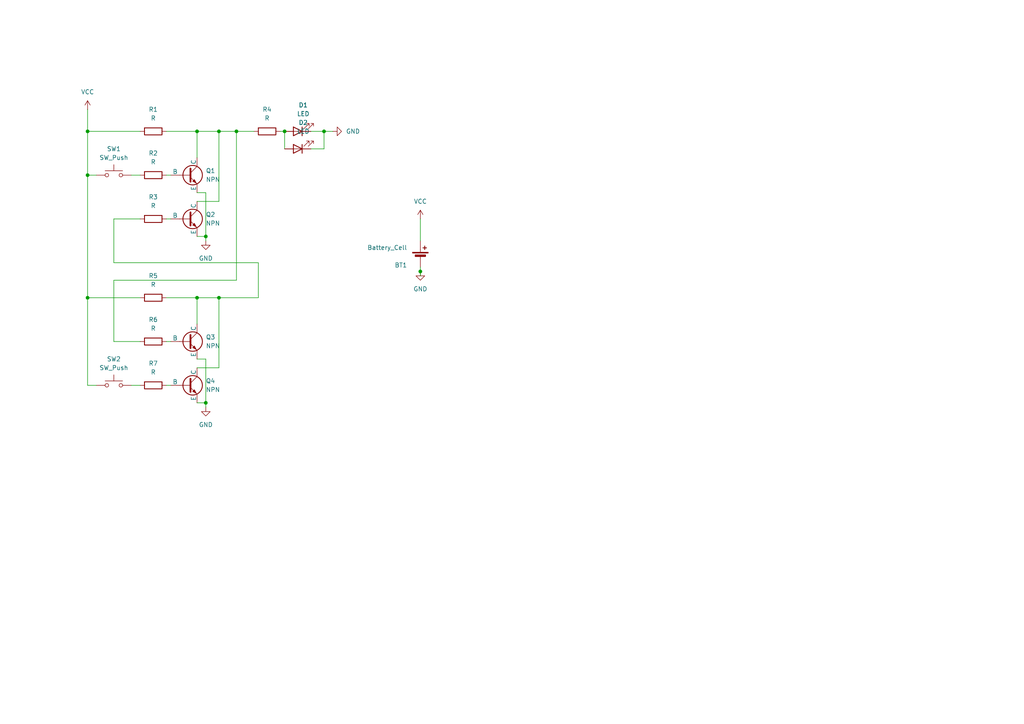
<source format=kicad_sch>
(kicad_sch
	(version 20250114)
	(generator "eeschema")
	(generator_version "9.0")
	(uuid "2a356953-d94d-4db9-a3b3-af181b6e9665")
	(paper "A4")
	(lib_symbols
		(symbol "Device:Battery_Cell"
			(pin_numbers
				(hide yes)
			)
			(pin_names
				(offset 0)
				(hide yes)
			)
			(exclude_from_sim no)
			(in_bom yes)
			(on_board yes)
			(property "Reference" "BT"
				(at 2.54 2.54 0)
				(effects
					(font
						(size 1.27 1.27)
					)
					(justify left)
				)
			)
			(property "Value" "Battery_Cell"
				(at 2.54 0 0)
				(effects
					(font
						(size 1.27 1.27)
					)
					(justify left)
				)
			)
			(property "Footprint" ""
				(at 0 1.524 90)
				(effects
					(font
						(size 1.27 1.27)
					)
					(hide yes)
				)
			)
			(property "Datasheet" "~"
				(at 0 1.524 90)
				(effects
					(font
						(size 1.27 1.27)
					)
					(hide yes)
				)
			)
			(property "Description" "Single-cell battery"
				(at 0 0 0)
				(effects
					(font
						(size 1.27 1.27)
					)
					(hide yes)
				)
			)
			(property "ki_keywords" "battery cell"
				(at 0 0 0)
				(effects
					(font
						(size 1.27 1.27)
					)
					(hide yes)
				)
			)
			(symbol "Battery_Cell_0_1"
				(rectangle
					(start -2.286 1.778)
					(end 2.286 1.524)
					(stroke
						(width 0)
						(type default)
					)
					(fill
						(type outline)
					)
				)
				(rectangle
					(start -1.524 1.016)
					(end 1.524 0.508)
					(stroke
						(width 0)
						(type default)
					)
					(fill
						(type outline)
					)
				)
				(polyline
					(pts
						(xy 0 1.778) (xy 0 2.54)
					)
					(stroke
						(width 0)
						(type default)
					)
					(fill
						(type none)
					)
				)
				(polyline
					(pts
						(xy 0 0.762) (xy 0 0)
					)
					(stroke
						(width 0)
						(type default)
					)
					(fill
						(type none)
					)
				)
				(polyline
					(pts
						(xy 0.762 3.048) (xy 1.778 3.048)
					)
					(stroke
						(width 0.254)
						(type default)
					)
					(fill
						(type none)
					)
				)
				(polyline
					(pts
						(xy 1.27 3.556) (xy 1.27 2.54)
					)
					(stroke
						(width 0.254)
						(type default)
					)
					(fill
						(type none)
					)
				)
			)
			(symbol "Battery_Cell_1_1"
				(pin passive line
					(at 0 5.08 270)
					(length 2.54)
					(name "+"
						(effects
							(font
								(size 1.27 1.27)
							)
						)
					)
					(number "1"
						(effects
							(font
								(size 1.27 1.27)
							)
						)
					)
				)
				(pin passive line
					(at 0 -2.54 90)
					(length 2.54)
					(name "-"
						(effects
							(font
								(size 1.27 1.27)
							)
						)
					)
					(number "2"
						(effects
							(font
								(size 1.27 1.27)
							)
						)
					)
				)
			)
			(embedded_fonts no)
		)
		(symbol "Device:LED"
			(pin_numbers
				(hide yes)
			)
			(pin_names
				(offset 1.016)
				(hide yes)
			)
			(exclude_from_sim no)
			(in_bom yes)
			(on_board yes)
			(property "Reference" "D"
				(at 0 2.54 0)
				(effects
					(font
						(size 1.27 1.27)
					)
				)
			)
			(property "Value" "LED"
				(at 0 -2.54 0)
				(effects
					(font
						(size 1.27 1.27)
					)
				)
			)
			(property "Footprint" ""
				(at 0 0 0)
				(effects
					(font
						(size 1.27 1.27)
					)
					(hide yes)
				)
			)
			(property "Datasheet" "~"
				(at 0 0 0)
				(effects
					(font
						(size 1.27 1.27)
					)
					(hide yes)
				)
			)
			(property "Description" "Light emitting diode"
				(at 0 0 0)
				(effects
					(font
						(size 1.27 1.27)
					)
					(hide yes)
				)
			)
			(property "Sim.Pins" "1=K 2=A"
				(at 0 0 0)
				(effects
					(font
						(size 1.27 1.27)
					)
					(hide yes)
				)
			)
			(property "ki_keywords" "LED diode"
				(at 0 0 0)
				(effects
					(font
						(size 1.27 1.27)
					)
					(hide yes)
				)
			)
			(property "ki_fp_filters" "LED* LED_SMD:* LED_THT:*"
				(at 0 0 0)
				(effects
					(font
						(size 1.27 1.27)
					)
					(hide yes)
				)
			)
			(symbol "LED_0_1"
				(polyline
					(pts
						(xy -3.048 -0.762) (xy -4.572 -2.286) (xy -3.81 -2.286) (xy -4.572 -2.286) (xy -4.572 -1.524)
					)
					(stroke
						(width 0)
						(type default)
					)
					(fill
						(type none)
					)
				)
				(polyline
					(pts
						(xy -1.778 -0.762) (xy -3.302 -2.286) (xy -2.54 -2.286) (xy -3.302 -2.286) (xy -3.302 -1.524)
					)
					(stroke
						(width 0)
						(type default)
					)
					(fill
						(type none)
					)
				)
				(polyline
					(pts
						(xy -1.27 0) (xy 1.27 0)
					)
					(stroke
						(width 0)
						(type default)
					)
					(fill
						(type none)
					)
				)
				(polyline
					(pts
						(xy -1.27 -1.27) (xy -1.27 1.27)
					)
					(stroke
						(width 0.254)
						(type default)
					)
					(fill
						(type none)
					)
				)
				(polyline
					(pts
						(xy 1.27 -1.27) (xy 1.27 1.27) (xy -1.27 0) (xy 1.27 -1.27)
					)
					(stroke
						(width 0.254)
						(type default)
					)
					(fill
						(type none)
					)
				)
			)
			(symbol "LED_1_1"
				(pin passive line
					(at -3.81 0 0)
					(length 2.54)
					(name "K"
						(effects
							(font
								(size 1.27 1.27)
							)
						)
					)
					(number "1"
						(effects
							(font
								(size 1.27 1.27)
							)
						)
					)
				)
				(pin passive line
					(at 3.81 0 180)
					(length 2.54)
					(name "A"
						(effects
							(font
								(size 1.27 1.27)
							)
						)
					)
					(number "2"
						(effects
							(font
								(size 1.27 1.27)
							)
						)
					)
				)
			)
			(embedded_fonts no)
		)
		(symbol "Device:R"
			(pin_numbers
				(hide yes)
			)
			(pin_names
				(offset 0)
			)
			(exclude_from_sim no)
			(in_bom yes)
			(on_board yes)
			(property "Reference" "R"
				(at 2.032 0 90)
				(effects
					(font
						(size 1.27 1.27)
					)
				)
			)
			(property "Value" "R"
				(at 0 0 90)
				(effects
					(font
						(size 1.27 1.27)
					)
				)
			)
			(property "Footprint" ""
				(at -1.778 0 90)
				(effects
					(font
						(size 1.27 1.27)
					)
					(hide yes)
				)
			)
			(property "Datasheet" "~"
				(at 0 0 0)
				(effects
					(font
						(size 1.27 1.27)
					)
					(hide yes)
				)
			)
			(property "Description" "Resistor"
				(at 0 0 0)
				(effects
					(font
						(size 1.27 1.27)
					)
					(hide yes)
				)
			)
			(property "ki_keywords" "R res resistor"
				(at 0 0 0)
				(effects
					(font
						(size 1.27 1.27)
					)
					(hide yes)
				)
			)
			(property "ki_fp_filters" "R_*"
				(at 0 0 0)
				(effects
					(font
						(size 1.27 1.27)
					)
					(hide yes)
				)
			)
			(symbol "R_0_1"
				(rectangle
					(start -1.016 -2.54)
					(end 1.016 2.54)
					(stroke
						(width 0.254)
						(type default)
					)
					(fill
						(type none)
					)
				)
			)
			(symbol "R_1_1"
				(pin passive line
					(at 0 3.81 270)
					(length 1.27)
					(name "~"
						(effects
							(font
								(size 1.27 1.27)
							)
						)
					)
					(number "1"
						(effects
							(font
								(size 1.27 1.27)
							)
						)
					)
				)
				(pin passive line
					(at 0 -3.81 90)
					(length 1.27)
					(name "~"
						(effects
							(font
								(size 1.27 1.27)
							)
						)
					)
					(number "2"
						(effects
							(font
								(size 1.27 1.27)
							)
						)
					)
				)
			)
			(embedded_fonts no)
		)
		(symbol "Simulation_SPICE:NPN"
			(pin_numbers
				(hide yes)
			)
			(pin_names
				(offset 0)
			)
			(exclude_from_sim no)
			(in_bom yes)
			(on_board yes)
			(property "Reference" "Q"
				(at -2.54 7.62 0)
				(effects
					(font
						(size 1.27 1.27)
					)
				)
			)
			(property "Value" "NPN"
				(at -2.54 5.08 0)
				(effects
					(font
						(size 1.27 1.27)
					)
				)
			)
			(property "Footprint" ""
				(at 63.5 0 0)
				(effects
					(font
						(size 1.27 1.27)
					)
					(hide yes)
				)
			)
			(property "Datasheet" "https://ngspice.sourceforge.io/docs/ngspice-html-manual/manual.xhtml#cha_BJTs"
				(at 63.5 0 0)
				(effects
					(font
						(size 1.27 1.27)
					)
					(hide yes)
				)
			)
			(property "Description" "Bipolar transistor symbol for simulation only, substrate tied to the emitter"
				(at 0 0 0)
				(effects
					(font
						(size 1.27 1.27)
					)
					(hide yes)
				)
			)
			(property "Sim.Device" "NPN"
				(at 0 0 0)
				(effects
					(font
						(size 1.27 1.27)
					)
					(hide yes)
				)
			)
			(property "Sim.Type" "GUMMELPOON"
				(at 0 0 0)
				(effects
					(font
						(size 1.27 1.27)
					)
					(hide yes)
				)
			)
			(property "Sim.Pins" "1=C 2=B 3=E"
				(at 0 0 0)
				(effects
					(font
						(size 1.27 1.27)
					)
					(hide yes)
				)
			)
			(property "ki_keywords" "simulation"
				(at 0 0 0)
				(effects
					(font
						(size 1.27 1.27)
					)
					(hide yes)
				)
			)
			(symbol "NPN_0_1"
				(polyline
					(pts
						(xy -2.54 0) (xy 0.635 0)
					)
					(stroke
						(width 0.1524)
						(type default)
					)
					(fill
						(type none)
					)
				)
				(polyline
					(pts
						(xy 0.635 1.905) (xy 0.635 -1.905) (xy 0.635 -1.905)
					)
					(stroke
						(width 0.508)
						(type default)
					)
					(fill
						(type none)
					)
				)
				(polyline
					(pts
						(xy 0.635 0.635) (xy 2.54 2.54)
					)
					(stroke
						(width 0)
						(type default)
					)
					(fill
						(type none)
					)
				)
				(polyline
					(pts
						(xy 0.635 -0.635) (xy 2.54 -2.54) (xy 2.54 -2.54)
					)
					(stroke
						(width 0)
						(type default)
					)
					(fill
						(type none)
					)
				)
				(circle
					(center 1.27 0)
					(radius 2.8194)
					(stroke
						(width 0.254)
						(type default)
					)
					(fill
						(type none)
					)
				)
				(polyline
					(pts
						(xy 1.27 -1.778) (xy 1.778 -1.27) (xy 2.286 -2.286) (xy 1.27 -1.778) (xy 1.27 -1.778)
					)
					(stroke
						(width 0)
						(type default)
					)
					(fill
						(type outline)
					)
				)
				(polyline
					(pts
						(xy 2.794 -1.27) (xy 2.794 -1.27)
					)
					(stroke
						(width 0.1524)
						(type default)
					)
					(fill
						(type none)
					)
				)
				(polyline
					(pts
						(xy 2.794 -1.27) (xy 2.794 -1.27)
					)
					(stroke
						(width 0.1524)
						(type default)
					)
					(fill
						(type none)
					)
				)
			)
			(symbol "NPN_1_1"
				(pin input line
					(at -5.08 0 0)
					(length 2.54)
					(name "B"
						(effects
							(font
								(size 1.27 1.27)
							)
						)
					)
					(number "2"
						(effects
							(font
								(size 1.27 1.27)
							)
						)
					)
				)
				(pin open_collector line
					(at 2.54 5.08 270)
					(length 2.54)
					(name "C"
						(effects
							(font
								(size 1.27 1.27)
							)
						)
					)
					(number "1"
						(effects
							(font
								(size 1.27 1.27)
							)
						)
					)
				)
				(pin open_emitter line
					(at 2.54 -5.08 90)
					(length 2.54)
					(name "E"
						(effects
							(font
								(size 1.27 1.27)
							)
						)
					)
					(number "3"
						(effects
							(font
								(size 1.27 1.27)
							)
						)
					)
				)
			)
			(embedded_fonts no)
		)
		(symbol "Switch:SW_Push"
			(pin_numbers
				(hide yes)
			)
			(pin_names
				(offset 1.016)
				(hide yes)
			)
			(exclude_from_sim no)
			(in_bom yes)
			(on_board yes)
			(property "Reference" "SW"
				(at 1.27 2.54 0)
				(effects
					(font
						(size 1.27 1.27)
					)
					(justify left)
				)
			)
			(property "Value" "SW_Push"
				(at 0 -1.524 0)
				(effects
					(font
						(size 1.27 1.27)
					)
				)
			)
			(property "Footprint" ""
				(at 0 5.08 0)
				(effects
					(font
						(size 1.27 1.27)
					)
					(hide yes)
				)
			)
			(property "Datasheet" "~"
				(at 0 5.08 0)
				(effects
					(font
						(size 1.27 1.27)
					)
					(hide yes)
				)
			)
			(property "Description" "Push button switch, generic, two pins"
				(at 0 0 0)
				(effects
					(font
						(size 1.27 1.27)
					)
					(hide yes)
				)
			)
			(property "ki_keywords" "switch normally-open pushbutton push-button"
				(at 0 0 0)
				(effects
					(font
						(size 1.27 1.27)
					)
					(hide yes)
				)
			)
			(symbol "SW_Push_0_1"
				(circle
					(center -2.032 0)
					(radius 0.508)
					(stroke
						(width 0)
						(type default)
					)
					(fill
						(type none)
					)
				)
				(polyline
					(pts
						(xy 0 1.27) (xy 0 3.048)
					)
					(stroke
						(width 0)
						(type default)
					)
					(fill
						(type none)
					)
				)
				(circle
					(center 2.032 0)
					(radius 0.508)
					(stroke
						(width 0)
						(type default)
					)
					(fill
						(type none)
					)
				)
				(polyline
					(pts
						(xy 2.54 1.27) (xy -2.54 1.27)
					)
					(stroke
						(width 0)
						(type default)
					)
					(fill
						(type none)
					)
				)
				(pin passive line
					(at -5.08 0 0)
					(length 2.54)
					(name "1"
						(effects
							(font
								(size 1.27 1.27)
							)
						)
					)
					(number "1"
						(effects
							(font
								(size 1.27 1.27)
							)
						)
					)
				)
				(pin passive line
					(at 5.08 0 180)
					(length 2.54)
					(name "2"
						(effects
							(font
								(size 1.27 1.27)
							)
						)
					)
					(number "2"
						(effects
							(font
								(size 1.27 1.27)
							)
						)
					)
				)
			)
			(embedded_fonts no)
		)
		(symbol "power:GND"
			(power)
			(pin_numbers
				(hide yes)
			)
			(pin_names
				(offset 0)
				(hide yes)
			)
			(exclude_from_sim no)
			(in_bom yes)
			(on_board yes)
			(property "Reference" "#PWR"
				(at 0 -6.35 0)
				(effects
					(font
						(size 1.27 1.27)
					)
					(hide yes)
				)
			)
			(property "Value" "GND"
				(at 0 -3.81 0)
				(effects
					(font
						(size 1.27 1.27)
					)
				)
			)
			(property "Footprint" ""
				(at 0 0 0)
				(effects
					(font
						(size 1.27 1.27)
					)
					(hide yes)
				)
			)
			(property "Datasheet" ""
				(at 0 0 0)
				(effects
					(font
						(size 1.27 1.27)
					)
					(hide yes)
				)
			)
			(property "Description" "Power symbol creates a global label with name \"GND\" , ground"
				(at 0 0 0)
				(effects
					(font
						(size 1.27 1.27)
					)
					(hide yes)
				)
			)
			(property "ki_keywords" "global power"
				(at 0 0 0)
				(effects
					(font
						(size 1.27 1.27)
					)
					(hide yes)
				)
			)
			(symbol "GND_0_1"
				(polyline
					(pts
						(xy 0 0) (xy 0 -1.27) (xy 1.27 -1.27) (xy 0 -2.54) (xy -1.27 -1.27) (xy 0 -1.27)
					)
					(stroke
						(width 0)
						(type default)
					)
					(fill
						(type none)
					)
				)
			)
			(symbol "GND_1_1"
				(pin power_in line
					(at 0 0 270)
					(length 0)
					(name "~"
						(effects
							(font
								(size 1.27 1.27)
							)
						)
					)
					(number "1"
						(effects
							(font
								(size 1.27 1.27)
							)
						)
					)
				)
			)
			(embedded_fonts no)
		)
		(symbol "power:VCC"
			(power)
			(pin_numbers
				(hide yes)
			)
			(pin_names
				(offset 0)
				(hide yes)
			)
			(exclude_from_sim no)
			(in_bom yes)
			(on_board yes)
			(property "Reference" "#PWR"
				(at 0 -3.81 0)
				(effects
					(font
						(size 1.27 1.27)
					)
					(hide yes)
				)
			)
			(property "Value" "VCC"
				(at 0 3.556 0)
				(effects
					(font
						(size 1.27 1.27)
					)
				)
			)
			(property "Footprint" ""
				(at 0 0 0)
				(effects
					(font
						(size 1.27 1.27)
					)
					(hide yes)
				)
			)
			(property "Datasheet" ""
				(at 0 0 0)
				(effects
					(font
						(size 1.27 1.27)
					)
					(hide yes)
				)
			)
			(property "Description" "Power symbol creates a global label with name \"VCC\""
				(at 0 0 0)
				(effects
					(font
						(size 1.27 1.27)
					)
					(hide yes)
				)
			)
			(property "ki_keywords" "global power"
				(at 0 0 0)
				(effects
					(font
						(size 1.27 1.27)
					)
					(hide yes)
				)
			)
			(symbol "VCC_0_1"
				(polyline
					(pts
						(xy -0.762 1.27) (xy 0 2.54)
					)
					(stroke
						(width 0)
						(type default)
					)
					(fill
						(type none)
					)
				)
				(polyline
					(pts
						(xy 0 2.54) (xy 0.762 1.27)
					)
					(stroke
						(width 0)
						(type default)
					)
					(fill
						(type none)
					)
				)
				(polyline
					(pts
						(xy 0 0) (xy 0 2.54)
					)
					(stroke
						(width 0)
						(type default)
					)
					(fill
						(type none)
					)
				)
			)
			(symbol "VCC_1_1"
				(pin power_in line
					(at 0 0 90)
					(length 0)
					(name "~"
						(effects
							(font
								(size 1.27 1.27)
							)
						)
					)
					(number "1"
						(effects
							(font
								(size 1.27 1.27)
							)
						)
					)
				)
			)
			(embedded_fonts no)
		)
	)
	(junction
		(at 63.5 86.36)
		(diameter 0)
		(color 0 0 0 0)
		(uuid "071979d2-26cd-4a47-9a72-296b4736e178")
	)
	(junction
		(at 57.15 38.1)
		(diameter 0)
		(color 0 0 0 0)
		(uuid "0b277332-0239-4d5a-8789-59b3fda2dd7f")
	)
	(junction
		(at 82.55 38.1)
		(diameter 0)
		(color 0 0 0 0)
		(uuid "23f1e221-9f1d-4211-9f12-6e1cbf5fc1be")
	)
	(junction
		(at 59.69 68.58)
		(diameter 0)
		(color 0 0 0 0)
		(uuid "3a6ea941-8af6-411e-8999-af4309584fea")
	)
	(junction
		(at 25.4 50.8)
		(diameter 0)
		(color 0 0 0 0)
		(uuid "656deef0-ca1c-4687-8c41-f95dc7dcd44f")
	)
	(junction
		(at 25.4 86.36)
		(diameter 0)
		(color 0 0 0 0)
		(uuid "81394f45-d795-406b-9e8d-0001dffb308e")
	)
	(junction
		(at 57.15 86.36)
		(diameter 0)
		(color 0 0 0 0)
		(uuid "91b8eca0-b414-447d-bc8d-522f22144ecf")
	)
	(junction
		(at 59.69 116.84)
		(diameter 0)
		(color 0 0 0 0)
		(uuid "955b29ce-23bb-422a-be43-dc7f797eb88b")
	)
	(junction
		(at 25.4 38.1)
		(diameter 0)
		(color 0 0 0 0)
		(uuid "97e7a16c-34d3-4dfb-9a2b-f211eb214415")
	)
	(junction
		(at 68.58 38.1)
		(diameter 0)
		(color 0 0 0 0)
		(uuid "be8891a3-8061-4d39-bf88-d50ff611d304")
	)
	(junction
		(at 63.5 38.1)
		(diameter 0)
		(color 0 0 0 0)
		(uuid "bf756fad-0f70-4f16-a185-9817c12cf454")
	)
	(junction
		(at 121.92 78.74)
		(diameter 0)
		(color 0 0 0 0)
		(uuid "c666f448-c8f2-426d-813d-a703fd4161ca")
	)
	(junction
		(at 93.98 38.1)
		(diameter 0)
		(color 0 0 0 0)
		(uuid "eeb59ef0-7203-49f9-ae9a-26aaf2a5ef3a")
	)
	(wire
		(pts
			(xy 57.15 116.84) (xy 59.69 116.84)
		)
		(stroke
			(width 0)
			(type default)
		)
		(uuid "00c51dec-ad9a-4066-8406-db74520f489b")
	)
	(wire
		(pts
			(xy 25.4 31.75) (xy 25.4 38.1)
		)
		(stroke
			(width 0)
			(type default)
		)
		(uuid "0697b51a-f166-4614-ab5e-81c08f24d879")
	)
	(wire
		(pts
			(xy 82.55 38.1) (xy 82.55 43.18)
		)
		(stroke
			(width 0)
			(type default)
		)
		(uuid "0f7badc6-4364-40ad-a0fc-1f3e1e6ce015")
	)
	(wire
		(pts
			(xy 57.15 38.1) (xy 57.15 45.72)
		)
		(stroke
			(width 0)
			(type default)
		)
		(uuid "2a24fda8-4c09-4735-bbc9-f711d8f409bc")
	)
	(wire
		(pts
			(xy 33.02 99.06) (xy 33.02 81.28)
		)
		(stroke
			(width 0)
			(type default)
		)
		(uuid "34ec44e3-ac9f-40f9-9564-461f9279222b")
	)
	(wire
		(pts
			(xy 63.5 58.42) (xy 63.5 38.1)
		)
		(stroke
			(width 0)
			(type default)
		)
		(uuid "414c8c78-01ea-41b3-997d-303a6292866d")
	)
	(wire
		(pts
			(xy 74.93 76.2) (xy 74.93 86.36)
		)
		(stroke
			(width 0)
			(type default)
		)
		(uuid "45524c57-377d-433e-9586-78332c73f0ce")
	)
	(wire
		(pts
			(xy 93.98 38.1) (xy 96.52 38.1)
		)
		(stroke
			(width 0)
			(type default)
		)
		(uuid "466412a9-217c-4ba0-a3ab-81bd784b1b84")
	)
	(wire
		(pts
			(xy 48.26 86.36) (xy 57.15 86.36)
		)
		(stroke
			(width 0)
			(type default)
		)
		(uuid "46a366cb-ccf3-4797-a92d-2c0274304071")
	)
	(wire
		(pts
			(xy 57.15 104.14) (xy 59.69 104.14)
		)
		(stroke
			(width 0)
			(type default)
		)
		(uuid "49dcb41a-762b-4f84-b4f7-3c80d61612f8")
	)
	(wire
		(pts
			(xy 57.15 38.1) (xy 63.5 38.1)
		)
		(stroke
			(width 0)
			(type default)
		)
		(uuid "54b315b1-f174-4f67-aace-9f6d11310e00")
	)
	(wire
		(pts
			(xy 48.26 63.5) (xy 49.53 63.5)
		)
		(stroke
			(width 0)
			(type default)
		)
		(uuid "62e3f317-9c39-407a-a68c-5df9035c80f0")
	)
	(wire
		(pts
			(xy 38.1 111.76) (xy 40.64 111.76)
		)
		(stroke
			(width 0)
			(type default)
		)
		(uuid "64271d31-cadc-454d-a67d-09f99465a1cc")
	)
	(wire
		(pts
			(xy 63.5 38.1) (xy 68.58 38.1)
		)
		(stroke
			(width 0)
			(type default)
		)
		(uuid "727a3032-6f3c-4fe7-a403-5fca0fb34888")
	)
	(wire
		(pts
			(xy 48.26 38.1) (xy 57.15 38.1)
		)
		(stroke
			(width 0)
			(type default)
		)
		(uuid "742492eb-c34b-4287-842d-62e2e2a84463")
	)
	(wire
		(pts
			(xy 25.4 50.8) (xy 25.4 86.36)
		)
		(stroke
			(width 0)
			(type default)
		)
		(uuid "76bf6f5e-8340-49c5-a607-6ab4c5edad15")
	)
	(wire
		(pts
			(xy 25.4 86.36) (xy 25.4 111.76)
		)
		(stroke
			(width 0)
			(type default)
		)
		(uuid "7bb4898b-5ae3-404c-9db5-a508e29dc1eb")
	)
	(wire
		(pts
			(xy 59.69 55.88) (xy 59.69 68.58)
		)
		(stroke
			(width 0)
			(type default)
		)
		(uuid "7e2c246d-3fcc-49ae-b7a1-764e0c2406a4")
	)
	(wire
		(pts
			(xy 121.92 78.74) (xy 121.92 77.47)
		)
		(stroke
			(width 0)
			(type default)
		)
		(uuid "7f4d4415-8865-4f0b-80e2-45edb1a95722")
	)
	(wire
		(pts
			(xy 93.98 43.18) (xy 93.98 38.1)
		)
		(stroke
			(width 0)
			(type default)
		)
		(uuid "8c1fd52b-9e7b-4eff-884f-e5d1b5a5bac4")
	)
	(wire
		(pts
			(xy 38.1 50.8) (xy 40.64 50.8)
		)
		(stroke
			(width 0)
			(type default)
		)
		(uuid "8c991f8d-e1a1-45ac-af9d-5e7611a033a7")
	)
	(wire
		(pts
			(xy 33.02 99.06) (xy 40.64 99.06)
		)
		(stroke
			(width 0)
			(type default)
		)
		(uuid "91f25194-f4bf-496a-820f-b0430982cf99")
	)
	(wire
		(pts
			(xy 57.15 58.42) (xy 63.5 58.42)
		)
		(stroke
			(width 0)
			(type default)
		)
		(uuid "9208e453-0234-4681-a4d2-8fca0021fb29")
	)
	(wire
		(pts
			(xy 33.02 63.5) (xy 33.02 76.2)
		)
		(stroke
			(width 0)
			(type default)
		)
		(uuid "97443594-1a7b-411f-8fa9-ce412521f757")
	)
	(wire
		(pts
			(xy 25.4 38.1) (xy 40.64 38.1)
		)
		(stroke
			(width 0)
			(type default)
		)
		(uuid "97a0f425-deaa-425d-b41c-a30d3d2a2bc1")
	)
	(wire
		(pts
			(xy 121.92 78.74) (xy 121.92 80.01)
		)
		(stroke
			(width 0)
			(type default)
		)
		(uuid "9aab951f-f222-433e-a767-a2d34b8d4f7b")
	)
	(wire
		(pts
			(xy 57.15 55.88) (xy 59.69 55.88)
		)
		(stroke
			(width 0)
			(type default)
		)
		(uuid "a3fcf50e-c59d-4da3-b1d5-5bb8ad871aa5")
	)
	(wire
		(pts
			(xy 81.28 38.1) (xy 82.55 38.1)
		)
		(stroke
			(width 0)
			(type default)
		)
		(uuid "a4e5f014-4adf-4496-95e0-b08ad53c0baa")
	)
	(wire
		(pts
			(xy 68.58 38.1) (xy 73.66 38.1)
		)
		(stroke
			(width 0)
			(type default)
		)
		(uuid "a54e082f-752e-4510-9a60-96786ff95583")
	)
	(wire
		(pts
			(xy 48.26 50.8) (xy 49.53 50.8)
		)
		(stroke
			(width 0)
			(type default)
		)
		(uuid "a5875a08-e178-40f4-921b-21ae3bde6801")
	)
	(wire
		(pts
			(xy 57.15 68.58) (xy 59.69 68.58)
		)
		(stroke
			(width 0)
			(type default)
		)
		(uuid "a964d578-6f14-4830-a826-5efc182fae0f")
	)
	(wire
		(pts
			(xy 59.69 68.58) (xy 59.69 69.85)
		)
		(stroke
			(width 0)
			(type default)
		)
		(uuid "aa6926e9-c464-40ce-8a5c-6b2c4f83c405")
	)
	(wire
		(pts
			(xy 33.02 76.2) (xy 74.93 76.2)
		)
		(stroke
			(width 0)
			(type default)
		)
		(uuid "aca65a34-2776-4291-873a-dc149ed9edf2")
	)
	(wire
		(pts
			(xy 57.15 86.36) (xy 63.5 86.36)
		)
		(stroke
			(width 0)
			(type default)
		)
		(uuid "affa06a5-58c5-4b34-8178-2861a857e031")
	)
	(wire
		(pts
			(xy 59.69 104.14) (xy 59.69 116.84)
		)
		(stroke
			(width 0)
			(type default)
		)
		(uuid "b534f665-3c84-492c-a786-a02907bbffe1")
	)
	(wire
		(pts
			(xy 63.5 86.36) (xy 74.93 86.36)
		)
		(stroke
			(width 0)
			(type default)
		)
		(uuid "b8722d8c-a12f-4686-9a1e-d9d9b8e7df20")
	)
	(wire
		(pts
			(xy 63.5 106.68) (xy 63.5 86.36)
		)
		(stroke
			(width 0)
			(type default)
		)
		(uuid "bb81efc7-e4d1-4871-b011-0f5be14e6156")
	)
	(wire
		(pts
			(xy 40.64 63.5) (xy 33.02 63.5)
		)
		(stroke
			(width 0)
			(type default)
		)
		(uuid "beaf2c6c-909f-422e-9ceb-ac39c52323c1")
	)
	(wire
		(pts
			(xy 25.4 50.8) (xy 27.94 50.8)
		)
		(stroke
			(width 0)
			(type default)
		)
		(uuid "cd1c989c-059a-4025-9e26-799d178ce4e0")
	)
	(wire
		(pts
			(xy 48.26 99.06) (xy 49.53 99.06)
		)
		(stroke
			(width 0)
			(type default)
		)
		(uuid "ce886969-088d-4706-a823-bfb375040f7a")
	)
	(wire
		(pts
			(xy 121.92 63.5) (xy 121.92 69.85)
		)
		(stroke
			(width 0)
			(type default)
		)
		(uuid "d677bae8-e76e-4ee4-bc6d-473268c395fb")
	)
	(wire
		(pts
			(xy 25.4 38.1) (xy 25.4 50.8)
		)
		(stroke
			(width 0)
			(type default)
		)
		(uuid "e06c0c85-3bf7-4cea-9958-2528866ca73e")
	)
	(wire
		(pts
			(xy 68.58 38.1) (xy 68.58 81.28)
		)
		(stroke
			(width 0)
			(type default)
		)
		(uuid "e18a1360-ea26-45d5-a13d-049b2d02caf2")
	)
	(wire
		(pts
			(xy 48.26 111.76) (xy 49.53 111.76)
		)
		(stroke
			(width 0)
			(type default)
		)
		(uuid "e2998908-4fdc-472e-a02e-402c3c9110dd")
	)
	(wire
		(pts
			(xy 90.17 38.1) (xy 93.98 38.1)
		)
		(stroke
			(width 0)
			(type default)
		)
		(uuid "ec5ce015-1b19-40c4-924d-5e8df5084d86")
	)
	(wire
		(pts
			(xy 57.15 106.68) (xy 63.5 106.68)
		)
		(stroke
			(width 0)
			(type default)
		)
		(uuid "f234a363-29b6-4e25-a3c4-e2938e100b49")
	)
	(wire
		(pts
			(xy 59.69 116.84) (xy 59.69 118.11)
		)
		(stroke
			(width 0)
			(type default)
		)
		(uuid "f3fe86b1-33bf-4489-bf34-ce189fb05888")
	)
	(wire
		(pts
			(xy 90.17 43.18) (xy 93.98 43.18)
		)
		(stroke
			(width 0)
			(type default)
		)
		(uuid "f48a9961-595a-44f2-8b02-af8657ec57a5")
	)
	(wire
		(pts
			(xy 57.15 86.36) (xy 57.15 93.98)
		)
		(stroke
			(width 0)
			(type default)
		)
		(uuid "f560a7fc-dbf9-441b-bb21-9bd7e3426605")
	)
	(wire
		(pts
			(xy 25.4 111.76) (xy 27.94 111.76)
		)
		(stroke
			(width 0)
			(type default)
		)
		(uuid "f5fccc96-7bdf-404e-a737-8a72867cabd3")
	)
	(wire
		(pts
			(xy 33.02 81.28) (xy 68.58 81.28)
		)
		(stroke
			(width 0)
			(type default)
		)
		(uuid "f98aa9c7-7476-4fc7-bdd1-944573c38548")
	)
	(wire
		(pts
			(xy 25.4 86.36) (xy 40.64 86.36)
		)
		(stroke
			(width 0)
			(type default)
		)
		(uuid "ffc2c152-ea13-4c19-a14c-f2297310cb47")
	)
	(symbol
		(lib_id "power:GND")
		(at 96.52 38.1 90)
		(unit 1)
		(exclude_from_sim no)
		(in_bom yes)
		(on_board yes)
		(dnp no)
		(fields_autoplaced yes)
		(uuid "0fc8f717-7684-4b80-9188-fa604c79090f")
		(property "Reference" "#PWR03"
			(at 102.87 38.1 0)
			(effects
				(font
					(size 1.27 1.27)
				)
				(hide yes)
			)
		)
		(property "Value" "GND"
			(at 100.33 38.0999 90)
			(effects
				(font
					(size 1.27 1.27)
				)
				(justify right)
			)
		)
		(property "Footprint" ""
			(at 96.52 38.1 0)
			(effects
				(font
					(size 1.27 1.27)
				)
				(hide yes)
			)
		)
		(property "Datasheet" ""
			(at 96.52 38.1 0)
			(effects
				(font
					(size 1.27 1.27)
				)
				(hide yes)
			)
		)
		(property "Description" "Power symbol creates a global label with name \"GND\" , ground"
			(at 96.52 38.1 0)
			(effects
				(font
					(size 1.27 1.27)
				)
				(hide yes)
			)
		)
		(pin "1"
			(uuid "20a75829-3179-42a9-a4e8-084bd8e4dea1")
		)
		(instances
			(project ""
				(path "/2a356953-d94d-4db9-a3b3-af181b6e9665"
					(reference "#PWR03")
					(unit 1)
				)
			)
		)
	)
	(symbol
		(lib_id "Device:LED")
		(at 86.36 43.18 180)
		(unit 1)
		(exclude_from_sim no)
		(in_bom yes)
		(on_board yes)
		(dnp no)
		(fields_autoplaced yes)
		(uuid "10882046-5162-49c3-8ba6-34c46b8f5d21")
		(property "Reference" "D2"
			(at 87.9475 35.56 0)
			(effects
				(font
					(size 1.27 1.27)
				)
			)
		)
		(property "Value" "LED"
			(at 87.9475 38.1 0)
			(effects
				(font
					(size 1.27 1.27)
				)
			)
		)
		(property "Footprint" "LED_THT:LED_D5.0mm"
			(at 86.36 43.18 0)
			(effects
				(font
					(size 1.27 1.27)
				)
				(hide yes)
			)
		)
		(property "Datasheet" "~"
			(at 86.36 43.18 0)
			(effects
				(font
					(size 1.27 1.27)
				)
				(hide yes)
			)
		)
		(property "Description" "Light emitting diode"
			(at 86.36 43.18 0)
			(effects
				(font
					(size 1.27 1.27)
				)
				(hide yes)
			)
		)
		(property "Sim.Pins" "1=K 2=A"
			(at 86.36 43.18 0)
			(effects
				(font
					(size 1.27 1.27)
				)
				(hide yes)
			)
		)
		(pin "1"
			(uuid "18880b5d-be33-4f3b-b81f-415a2981410e")
		)
		(pin "2"
			(uuid "565b36e8-383f-4708-8ceb-ebbfd716b5d1")
		)
		(instances
			(project ""
				(path "/2a356953-d94d-4db9-a3b3-af181b6e9665"
					(reference "D2")
					(unit 1)
				)
			)
		)
	)
	(symbol
		(lib_id "power:VCC")
		(at 25.4 31.75 0)
		(unit 1)
		(exclude_from_sim no)
		(in_bom yes)
		(on_board yes)
		(dnp no)
		(fields_autoplaced yes)
		(uuid "1fbdc380-3c38-4918-af37-daf104834d24")
		(property "Reference" "#PWR05"
			(at 25.4 35.56 0)
			(effects
				(font
					(size 1.27 1.27)
				)
				(hide yes)
			)
		)
		(property "Value" "VCC"
			(at 25.4 26.67 0)
			(effects
				(font
					(size 1.27 1.27)
				)
			)
		)
		(property "Footprint" ""
			(at 25.4 31.75 0)
			(effects
				(font
					(size 1.27 1.27)
				)
				(hide yes)
			)
		)
		(property "Datasheet" ""
			(at 25.4 31.75 0)
			(effects
				(font
					(size 1.27 1.27)
				)
				(hide yes)
			)
		)
		(property "Description" "Power symbol creates a global label with name \"VCC\""
			(at 25.4 31.75 0)
			(effects
				(font
					(size 1.27 1.27)
				)
				(hide yes)
			)
		)
		(pin "1"
			(uuid "a7ebf066-c0de-459f-8022-89ffebaf7693")
		)
		(instances
			(project ""
				(path "/2a356953-d94d-4db9-a3b3-af181b6e9665"
					(reference "#PWR05")
					(unit 1)
				)
			)
		)
	)
	(symbol
		(lib_id "Device:R")
		(at 44.45 111.76 90)
		(unit 1)
		(exclude_from_sim no)
		(in_bom yes)
		(on_board yes)
		(dnp no)
		(fields_autoplaced yes)
		(uuid "245a9517-2fcb-41d3-a182-ad38174cfe4f")
		(property "Reference" "R7"
			(at 44.45 105.41 90)
			(effects
				(font
					(size 1.27 1.27)
				)
			)
		)
		(property "Value" "R"
			(at 44.45 107.95 90)
			(effects
				(font
					(size 1.27 1.27)
				)
			)
		)
		(property "Footprint" "Resistor_THT:R_Axial_DIN0207_L6.3mm_D2.5mm_P7.62mm_Horizontal"
			(at 44.45 113.538 90)
			(effects
				(font
					(size 1.27 1.27)
				)
				(hide yes)
			)
		)
		(property "Datasheet" "~"
			(at 44.45 111.76 0)
			(effects
				(font
					(size 1.27 1.27)
				)
				(hide yes)
			)
		)
		(property "Description" "Resistor"
			(at 44.45 111.76 0)
			(effects
				(font
					(size 1.27 1.27)
				)
				(hide yes)
			)
		)
		(pin "1"
			(uuid "cf48b9cd-f1f5-4d16-944d-225c99aed4e0")
		)
		(pin "2"
			(uuid "7d911aee-608a-4ef0-959a-9c5b9dfc8e6b")
		)
		(instances
			(project "1"
				(path "/2a356953-d94d-4db9-a3b3-af181b6e9665"
					(reference "R7")
					(unit 1)
				)
			)
		)
	)
	(symbol
		(lib_id "Device:R")
		(at 44.45 99.06 90)
		(unit 1)
		(exclude_from_sim no)
		(in_bom yes)
		(on_board yes)
		(dnp no)
		(fields_autoplaced yes)
		(uuid "31c381d8-ac74-4ab4-99ce-813d4b0db702")
		(property "Reference" "R6"
			(at 44.45 92.71 90)
			(effects
				(font
					(size 1.27 1.27)
				)
			)
		)
		(property "Value" "R"
			(at 44.45 95.25 90)
			(effects
				(font
					(size 1.27 1.27)
				)
			)
		)
		(property "Footprint" "Resistor_THT:R_Axial_DIN0207_L6.3mm_D2.5mm_P7.62mm_Horizontal"
			(at 44.45 100.838 90)
			(effects
				(font
					(size 1.27 1.27)
				)
				(hide yes)
			)
		)
		(property "Datasheet" "~"
			(at 44.45 99.06 0)
			(effects
				(font
					(size 1.27 1.27)
				)
				(hide yes)
			)
		)
		(property "Description" "Resistor"
			(at 44.45 99.06 0)
			(effects
				(font
					(size 1.27 1.27)
				)
				(hide yes)
			)
		)
		(pin "1"
			(uuid "749b8840-d1c8-42fa-8eac-1fec4067222b")
		)
		(pin "2"
			(uuid "5761a37d-9b40-41a7-8515-5f9802d4b441")
		)
		(instances
			(project "1"
				(path "/2a356953-d94d-4db9-a3b3-af181b6e9665"
					(reference "R6")
					(unit 1)
				)
			)
		)
	)
	(symbol
		(lib_id "Switch:SW_Push")
		(at 33.02 111.76 0)
		(unit 1)
		(exclude_from_sim no)
		(in_bom yes)
		(on_board yes)
		(dnp no)
		(fields_autoplaced yes)
		(uuid "335bba74-4763-4bff-957a-dc0978219d1c")
		(property "Reference" "SW2"
			(at 33.02 104.14 0)
			(effects
				(font
					(size 1.27 1.27)
				)
			)
		)
		(property "Value" "SW_Push"
			(at 33.02 106.68 0)
			(effects
				(font
					(size 1.27 1.27)
				)
			)
		)
		(property "Footprint" "Button_Switch_THT:SW_PUSH_6mm"
			(at 33.02 106.68 0)
			(effects
				(font
					(size 1.27 1.27)
				)
				(hide yes)
			)
		)
		(property "Datasheet" "~"
			(at 33.02 106.68 0)
			(effects
				(font
					(size 1.27 1.27)
				)
				(hide yes)
			)
		)
		(property "Description" "Push button switch, generic, two pins"
			(at 33.02 111.76 0)
			(effects
				(font
					(size 1.27 1.27)
				)
				(hide yes)
			)
		)
		(pin "1"
			(uuid "9ffbc7c6-7802-416c-adb3-eddcc173a551")
		)
		(pin "2"
			(uuid "d725bf83-5482-4216-8d3e-da643517d7dd")
		)
		(instances
			(project "1"
				(path "/2a356953-d94d-4db9-a3b3-af181b6e9665"
					(reference "SW2")
					(unit 1)
				)
			)
		)
	)
	(symbol
		(lib_id "Simulation_SPICE:NPN")
		(at 54.61 99.06 0)
		(unit 1)
		(exclude_from_sim no)
		(in_bom yes)
		(on_board yes)
		(dnp no)
		(fields_autoplaced yes)
		(uuid "45cc1d2d-5ff5-4096-8b9a-f0fe859159e0")
		(property "Reference" "Q3"
			(at 59.69 97.7899 0)
			(effects
				(font
					(size 1.27 1.27)
				)
				(justify left)
			)
		)
		(property "Value" "NPN"
			(at 59.69 100.3299 0)
			(effects
				(font
					(size 1.27 1.27)
				)
				(justify left)
			)
		)
		(property "Footprint" "Package_TO_SOT_THT:TO-92L_HandSolder"
			(at 118.11 99.06 0)
			(effects
				(font
					(size 1.27 1.27)
				)
				(hide yes)
			)
		)
		(property "Datasheet" "https://ngspice.sourceforge.io/docs/ngspice-html-manual/manual.xhtml#cha_BJTs"
			(at 118.11 99.06 0)
			(effects
				(font
					(size 1.27 1.27)
				)
				(hide yes)
			)
		)
		(property "Description" "Bipolar transistor symbol for simulation only, substrate tied to the emitter"
			(at 54.61 99.06 0)
			(effects
				(font
					(size 1.27 1.27)
				)
				(hide yes)
			)
		)
		(property "Sim.Device" "NPN"
			(at 54.61 99.06 0)
			(effects
				(font
					(size 1.27 1.27)
				)
				(hide yes)
			)
		)
		(property "Sim.Type" "GUMMELPOON"
			(at 54.61 99.06 0)
			(effects
				(font
					(size 1.27 1.27)
				)
				(hide yes)
			)
		)
		(property "Sim.Pins" "1=C 2=B 3=E"
			(at 54.61 99.06 0)
			(effects
				(font
					(size 1.27 1.27)
				)
				(hide yes)
			)
		)
		(pin "3"
			(uuid "d4d0a4ed-1ee5-442f-997c-9dfb52fa095f")
		)
		(pin "2"
			(uuid "c59a6aca-537f-4b7f-a246-a38260f2daf2")
		)
		(pin "1"
			(uuid "b5e6dd9c-1929-4022-80a3-341b1b6512cc")
		)
		(instances
			(project "1"
				(path "/2a356953-d94d-4db9-a3b3-af181b6e9665"
					(reference "Q3")
					(unit 1)
				)
			)
		)
	)
	(symbol
		(lib_id "Simulation_SPICE:NPN")
		(at 54.61 111.76 0)
		(unit 1)
		(exclude_from_sim no)
		(in_bom yes)
		(on_board yes)
		(dnp no)
		(fields_autoplaced yes)
		(uuid "4bc0c972-26cc-4859-91ef-d42768a4ac3c")
		(property "Reference" "Q4"
			(at 59.69 110.4899 0)
			(effects
				(font
					(size 1.27 1.27)
				)
				(justify left)
			)
		)
		(property "Value" "NPN"
			(at 59.69 113.0299 0)
			(effects
				(font
					(size 1.27 1.27)
				)
				(justify left)
			)
		)
		(property "Footprint" "Package_TO_SOT_THT:TO-92L_HandSolder"
			(at 118.11 111.76 0)
			(effects
				(font
					(size 1.27 1.27)
				)
				(hide yes)
			)
		)
		(property "Datasheet" "https://ngspice.sourceforge.io/docs/ngspice-html-manual/manual.xhtml#cha_BJTs"
			(at 118.11 111.76 0)
			(effects
				(font
					(size 1.27 1.27)
				)
				(hide yes)
			)
		)
		(property "Description" "Bipolar transistor symbol for simulation only, substrate tied to the emitter"
			(at 54.61 111.76 0)
			(effects
				(font
					(size 1.27 1.27)
				)
				(hide yes)
			)
		)
		(property "Sim.Device" "NPN"
			(at 54.61 111.76 0)
			(effects
				(font
					(size 1.27 1.27)
				)
				(hide yes)
			)
		)
		(property "Sim.Type" "GUMMELPOON"
			(at 54.61 111.76 0)
			(effects
				(font
					(size 1.27 1.27)
				)
				(hide yes)
			)
		)
		(property "Sim.Pins" "1=C 2=B 3=E"
			(at 54.61 111.76 0)
			(effects
				(font
					(size 1.27 1.27)
				)
				(hide yes)
			)
		)
		(pin "2"
			(uuid "fa054f31-ec81-4a30-aadd-bd1469770970")
		)
		(pin "1"
			(uuid "66825083-8af9-4879-b84c-022fe3229d78")
		)
		(pin "3"
			(uuid "613bd13d-71c6-414f-8117-e1bb7d36e57d")
		)
		(instances
			(project "1"
				(path "/2a356953-d94d-4db9-a3b3-af181b6e9665"
					(reference "Q4")
					(unit 1)
				)
			)
		)
	)
	(symbol
		(lib_id "Device:R")
		(at 44.45 63.5 90)
		(unit 1)
		(exclude_from_sim no)
		(in_bom yes)
		(on_board yes)
		(dnp no)
		(fields_autoplaced yes)
		(uuid "5cd16cd1-baac-4f9d-a92e-8ce20ff8e323")
		(property "Reference" "R3"
			(at 44.45 57.15 90)
			(effects
				(font
					(size 1.27 1.27)
				)
			)
		)
		(property "Value" "R"
			(at 44.45 59.69 90)
			(effects
				(font
					(size 1.27 1.27)
				)
			)
		)
		(property "Footprint" "Resistor_THT:R_Axial_DIN0207_L6.3mm_D2.5mm_P7.62mm_Horizontal"
			(at 44.45 65.278 90)
			(effects
				(font
					(size 1.27 1.27)
				)
				(hide yes)
			)
		)
		(property "Datasheet" "~"
			(at 44.45 63.5 0)
			(effects
				(font
					(size 1.27 1.27)
				)
				(hide yes)
			)
		)
		(property "Description" "Resistor"
			(at 44.45 63.5 0)
			(effects
				(font
					(size 1.27 1.27)
				)
				(hide yes)
			)
		)
		(pin "1"
			(uuid "a1697b68-b0f2-424b-a218-6e24cf996531")
		)
		(pin "2"
			(uuid "f9fd28ba-3525-4545-98d8-3e3596287b78")
		)
		(instances
			(project ""
				(path "/2a356953-d94d-4db9-a3b3-af181b6e9665"
					(reference "R3")
					(unit 1)
				)
			)
		)
	)
	(symbol
		(lib_id "Device:Battery_Cell")
		(at 121.92 74.93 0)
		(unit 1)
		(exclude_from_sim no)
		(in_bom yes)
		(on_board yes)
		(dnp no)
		(uuid "75d818e2-c5c2-4121-a3c0-e0cf6afdf9c1")
		(property "Reference" "BT1"
			(at 118.11 76.8986 0)
			(effects
				(font
					(size 1.27 1.27)
				)
				(justify right)
			)
		)
		(property "Value" "Battery_Cell"
			(at 118.11 71.8186 0)
			(effects
				(font
					(size 1.27 1.27)
				)
				(justify right)
			)
		)
		(property "Footprint" "Battery:BatteryHolder_Keystone_3034_1x20mm"
			(at 121.92 73.406 90)
			(effects
				(font
					(size 1.27 1.27)
				)
				(hide yes)
			)
		)
		(property "Datasheet" "~"
			(at 121.92 73.406 90)
			(effects
				(font
					(size 1.27 1.27)
				)
				(hide yes)
			)
		)
		(property "Description" "Single-cell battery"
			(at 121.92 74.93 0)
			(effects
				(font
					(size 1.27 1.27)
				)
				(hide yes)
			)
		)
		(pin "1"
			(uuid "7e3d2b1d-ef87-4e4a-afde-6c802b2f6400")
		)
		(pin "2"
			(uuid "5552f8b7-a8fc-45ee-949e-9516620d15fd")
		)
		(instances
			(project ""
				(path "/2a356953-d94d-4db9-a3b3-af181b6e9665"
					(reference "BT1")
					(unit 1)
				)
			)
		)
	)
	(symbol
		(lib_id "Device:LED")
		(at 86.36 38.1 180)
		(unit 1)
		(exclude_from_sim no)
		(in_bom yes)
		(on_board yes)
		(dnp no)
		(fields_autoplaced yes)
		(uuid "806f4c5a-f1f2-4465-9280-ad786f68802e")
		(property "Reference" "D1"
			(at 87.9475 30.48 0)
			(effects
				(font
					(size 1.27 1.27)
				)
			)
		)
		(property "Value" "LED"
			(at 87.9475 33.02 0)
			(effects
				(font
					(size 1.27 1.27)
				)
			)
		)
		(property "Footprint" "LED_THT:LED_D5.0mm"
			(at 86.36 38.1 0)
			(effects
				(font
					(size 1.27 1.27)
				)
				(hide yes)
			)
		)
		(property "Datasheet" "~"
			(at 86.36 38.1 0)
			(effects
				(font
					(size 1.27 1.27)
				)
				(hide yes)
			)
		)
		(property "Description" "Light emitting diode"
			(at 86.36 38.1 0)
			(effects
				(font
					(size 1.27 1.27)
				)
				(hide yes)
			)
		)
		(property "Sim.Pins" "1=K 2=A"
			(at 86.36 38.1 0)
			(effects
				(font
					(size 1.27 1.27)
				)
				(hide yes)
			)
		)
		(pin "2"
			(uuid "b3db8219-70d3-4763-80be-ee4e108cf8ae")
		)
		(pin "1"
			(uuid "fbd8b669-abd4-41ed-aeb4-b119bd3c5163")
		)
		(instances
			(project ""
				(path "/2a356953-d94d-4db9-a3b3-af181b6e9665"
					(reference "D1")
					(unit 1)
				)
			)
		)
	)
	(symbol
		(lib_id "power:GND")
		(at 59.69 69.85 0)
		(unit 1)
		(exclude_from_sim no)
		(in_bom yes)
		(on_board yes)
		(dnp no)
		(fields_autoplaced yes)
		(uuid "88fbd403-3b7b-435a-8d22-0c0bd85a6fbb")
		(property "Reference" "#PWR01"
			(at 59.69 76.2 0)
			(effects
				(font
					(size 1.27 1.27)
				)
				(hide yes)
			)
		)
		(property "Value" "GND"
			(at 59.69 74.93 0)
			(effects
				(font
					(size 1.27 1.27)
				)
			)
		)
		(property "Footprint" ""
			(at 59.69 69.85 0)
			(effects
				(font
					(size 1.27 1.27)
				)
				(hide yes)
			)
		)
		(property "Datasheet" ""
			(at 59.69 69.85 0)
			(effects
				(font
					(size 1.27 1.27)
				)
				(hide yes)
			)
		)
		(property "Description" "Power symbol creates a global label with name \"GND\" , ground"
			(at 59.69 69.85 0)
			(effects
				(font
					(size 1.27 1.27)
				)
				(hide yes)
			)
		)
		(pin "1"
			(uuid "766eb9bd-0536-4bb9-a8a0-1d27e2d7b276")
		)
		(instances
			(project ""
				(path "/2a356953-d94d-4db9-a3b3-af181b6e9665"
					(reference "#PWR01")
					(unit 1)
				)
			)
		)
	)
	(symbol
		(lib_id "Device:R")
		(at 44.45 38.1 90)
		(unit 1)
		(exclude_from_sim no)
		(in_bom yes)
		(on_board yes)
		(dnp no)
		(fields_autoplaced yes)
		(uuid "8c2bc0f9-7c46-48a6-9204-b414b211a835")
		(property "Reference" "R1"
			(at 44.45 31.75 90)
			(effects
				(font
					(size 1.27 1.27)
				)
			)
		)
		(property "Value" "R"
			(at 44.45 34.29 90)
			(effects
				(font
					(size 1.27 1.27)
				)
			)
		)
		(property "Footprint" "Resistor_THT:R_Axial_DIN0207_L6.3mm_D2.5mm_P7.62mm_Horizontal"
			(at 44.45 39.878 90)
			(effects
				(font
					(size 1.27 1.27)
				)
				(hide yes)
			)
		)
		(property "Datasheet" "~"
			(at 44.45 38.1 0)
			(effects
				(font
					(size 1.27 1.27)
				)
				(hide yes)
			)
		)
		(property "Description" "Resistor"
			(at 44.45 38.1 0)
			(effects
				(font
					(size 1.27 1.27)
				)
				(hide yes)
			)
		)
		(pin "2"
			(uuid "bb4b974b-1e79-421b-9ec4-df0c17d5b400")
		)
		(pin "1"
			(uuid "0dced430-d0a4-432b-a6cb-04b2aa857f43")
		)
		(instances
			(project ""
				(path "/2a356953-d94d-4db9-a3b3-af181b6e9665"
					(reference "R1")
					(unit 1)
				)
			)
		)
	)
	(symbol
		(lib_id "Device:R")
		(at 77.47 38.1 90)
		(unit 1)
		(exclude_from_sim no)
		(in_bom yes)
		(on_board yes)
		(dnp no)
		(fields_autoplaced yes)
		(uuid "aeb2f31f-9f69-4905-8725-35abc7a4a14b")
		(property "Reference" "R4"
			(at 77.47 31.75 90)
			(effects
				(font
					(size 1.27 1.27)
				)
			)
		)
		(property "Value" "R"
			(at 77.47 34.29 90)
			(effects
				(font
					(size 1.27 1.27)
				)
			)
		)
		(property "Footprint" "Resistor_THT:R_Axial_DIN0207_L6.3mm_D2.5mm_P7.62mm_Horizontal"
			(at 77.47 39.878 90)
			(effects
				(font
					(size 1.27 1.27)
				)
				(hide yes)
			)
		)
		(property "Datasheet" "~"
			(at 77.47 38.1 0)
			(effects
				(font
					(size 1.27 1.27)
				)
				(hide yes)
			)
		)
		(property "Description" "Resistor"
			(at 77.47 38.1 0)
			(effects
				(font
					(size 1.27 1.27)
				)
				(hide yes)
			)
		)
		(pin "1"
			(uuid "b628f193-c170-4470-8c50-93a52e31d2f1")
		)
		(pin "2"
			(uuid "1f0a2eaf-9e1d-4938-a23c-0b5719d0171b")
		)
		(instances
			(project ""
				(path "/2a356953-d94d-4db9-a3b3-af181b6e9665"
					(reference "R4")
					(unit 1)
				)
			)
		)
	)
	(symbol
		(lib_id "Device:R")
		(at 44.45 50.8 90)
		(unit 1)
		(exclude_from_sim no)
		(in_bom yes)
		(on_board yes)
		(dnp no)
		(fields_autoplaced yes)
		(uuid "b0a0a2b2-838b-44fe-bcb9-a697b367fa6e")
		(property "Reference" "R2"
			(at 44.45 44.45 90)
			(effects
				(font
					(size 1.27 1.27)
				)
			)
		)
		(property "Value" "R"
			(at 44.45 46.99 90)
			(effects
				(font
					(size 1.27 1.27)
				)
			)
		)
		(property "Footprint" "Resistor_THT:R_Axial_DIN0207_L6.3mm_D2.5mm_P7.62mm_Horizontal"
			(at 44.45 52.578 90)
			(effects
				(font
					(size 1.27 1.27)
				)
				(hide yes)
			)
		)
		(property "Datasheet" "~"
			(at 44.45 50.8 0)
			(effects
				(font
					(size 1.27 1.27)
				)
				(hide yes)
			)
		)
		(property "Description" "Resistor"
			(at 44.45 50.8 0)
			(effects
				(font
					(size 1.27 1.27)
				)
				(hide yes)
			)
		)
		(pin "1"
			(uuid "4f9fb0ed-f383-4f67-914b-5dcb4a62d78e")
		)
		(pin "2"
			(uuid "2c57e0a0-3256-45f9-8695-9952724dd460")
		)
		(instances
			(project ""
				(path "/2a356953-d94d-4db9-a3b3-af181b6e9665"
					(reference "R2")
					(unit 1)
				)
			)
		)
	)
	(symbol
		(lib_id "Simulation_SPICE:NPN")
		(at 54.61 63.5 0)
		(unit 1)
		(exclude_from_sim no)
		(in_bom yes)
		(on_board yes)
		(dnp no)
		(fields_autoplaced yes)
		(uuid "cb15df24-6198-4709-8afd-70ccabd1156f")
		(property "Reference" "Q2"
			(at 59.69 62.2299 0)
			(effects
				(font
					(size 1.27 1.27)
				)
				(justify left)
			)
		)
		(property "Value" "NPN"
			(at 59.69 64.7699 0)
			(effects
				(font
					(size 1.27 1.27)
				)
				(justify left)
			)
		)
		(property "Footprint" "Package_TO_SOT_THT:TO-92L_HandSolder"
			(at 118.11 63.5 0)
			(effects
				(font
					(size 1.27 1.27)
				)
				(hide yes)
			)
		)
		(property "Datasheet" "https://ngspice.sourceforge.io/docs/ngspice-html-manual/manual.xhtml#cha_BJTs"
			(at 118.11 63.5 0)
			(effects
				(font
					(size 1.27 1.27)
				)
				(hide yes)
			)
		)
		(property "Description" "Bipolar transistor symbol for simulation only, substrate tied to the emitter"
			(at 54.61 63.5 0)
			(effects
				(font
					(size 1.27 1.27)
				)
				(hide yes)
			)
		)
		(property "Sim.Device" "NPN"
			(at 54.61 63.5 0)
			(effects
				(font
					(size 1.27 1.27)
				)
				(hide yes)
			)
		)
		(property "Sim.Type" "GUMMELPOON"
			(at 54.61 63.5 0)
			(effects
				(font
					(size 1.27 1.27)
				)
				(hide yes)
			)
		)
		(property "Sim.Pins" "1=C 2=B 3=E"
			(at 54.61 63.5 0)
			(effects
				(font
					(size 1.27 1.27)
				)
				(hide yes)
			)
		)
		(pin "2"
			(uuid "d871a451-20ec-48ef-a48b-0eda1ffee295")
		)
		(pin "1"
			(uuid "da846047-1319-4371-8099-1e4fcdc8442b")
		)
		(pin "3"
			(uuid "02638a68-8b2f-4315-8e3d-cd62149a7880")
		)
		(instances
			(project ""
				(path "/2a356953-d94d-4db9-a3b3-af181b6e9665"
					(reference "Q2")
					(unit 1)
				)
			)
		)
	)
	(symbol
		(lib_id "Device:R")
		(at 44.45 86.36 90)
		(unit 1)
		(exclude_from_sim no)
		(in_bom yes)
		(on_board yes)
		(dnp no)
		(fields_autoplaced yes)
		(uuid "d288e7b4-2802-4605-8d81-74219525aa41")
		(property "Reference" "R5"
			(at 44.45 80.01 90)
			(effects
				(font
					(size 1.27 1.27)
				)
			)
		)
		(property "Value" "R"
			(at 44.45 82.55 90)
			(effects
				(font
					(size 1.27 1.27)
				)
			)
		)
		(property "Footprint" "Resistor_THT:R_Axial_DIN0207_L6.3mm_D2.5mm_P7.62mm_Horizontal"
			(at 44.45 88.138 90)
			(effects
				(font
					(size 1.27 1.27)
				)
				(hide yes)
			)
		)
		(property "Datasheet" "~"
			(at 44.45 86.36 0)
			(effects
				(font
					(size 1.27 1.27)
				)
				(hide yes)
			)
		)
		(property "Description" "Resistor"
			(at 44.45 86.36 0)
			(effects
				(font
					(size 1.27 1.27)
				)
				(hide yes)
			)
		)
		(pin "2"
			(uuid "b3ee8bce-0902-4e4a-bc57-1ea7c24ae020")
		)
		(pin "1"
			(uuid "7da073a5-e5c6-4ee2-a9b4-4eb65c18a267")
		)
		(instances
			(project "1"
				(path "/2a356953-d94d-4db9-a3b3-af181b6e9665"
					(reference "R5")
					(unit 1)
				)
			)
		)
	)
	(symbol
		(lib_id "Switch:SW_Push")
		(at 33.02 50.8 0)
		(unit 1)
		(exclude_from_sim no)
		(in_bom yes)
		(on_board yes)
		(dnp no)
		(fields_autoplaced yes)
		(uuid "e25651f9-758b-4e1d-8b84-63c4d696146c")
		(property "Reference" "SW1"
			(at 33.02 43.18 0)
			(effects
				(font
					(size 1.27 1.27)
				)
			)
		)
		(property "Value" "SW_Push"
			(at 33.02 45.72 0)
			(effects
				(font
					(size 1.27 1.27)
				)
			)
		)
		(property "Footprint" "Button_Switch_THT:SW_PUSH_6mm"
			(at 33.02 45.72 0)
			(effects
				(font
					(size 1.27 1.27)
				)
				(hide yes)
			)
		)
		(property "Datasheet" "~"
			(at 33.02 45.72 0)
			(effects
				(font
					(size 1.27 1.27)
				)
				(hide yes)
			)
		)
		(property "Description" "Push button switch, generic, two pins"
			(at 33.02 50.8 0)
			(effects
				(font
					(size 1.27 1.27)
				)
				(hide yes)
			)
		)
		(pin "1"
			(uuid "98e7f6ca-1e47-4cb6-bc91-c83f2bf1e860")
		)
		(pin "2"
			(uuid "6d35ca74-98eb-4775-99c5-a25a77c76c5e")
		)
		(instances
			(project ""
				(path "/2a356953-d94d-4db9-a3b3-af181b6e9665"
					(reference "SW1")
					(unit 1)
				)
			)
		)
	)
	(symbol
		(lib_id "power:GND")
		(at 121.92 78.74 0)
		(unit 1)
		(exclude_from_sim no)
		(in_bom yes)
		(on_board yes)
		(dnp no)
		(fields_autoplaced yes)
		(uuid "f4020a42-ddfd-470f-8314-b7da4431ca9e")
		(property "Reference" "#PWR02"
			(at 121.92 85.09 0)
			(effects
				(font
					(size 1.27 1.27)
				)
				(hide yes)
			)
		)
		(property "Value" "GND"
			(at 121.92 83.82 0)
			(effects
				(font
					(size 1.27 1.27)
				)
			)
		)
		(property "Footprint" ""
			(at 121.92 78.74 0)
			(effects
				(font
					(size 1.27 1.27)
				)
				(hide yes)
			)
		)
		(property "Datasheet" ""
			(at 121.92 78.74 0)
			(effects
				(font
					(size 1.27 1.27)
				)
				(hide yes)
			)
		)
		(property "Description" "Power symbol creates a global label with name \"GND\" , ground"
			(at 121.92 78.74 0)
			(effects
				(font
					(size 1.27 1.27)
				)
				(hide yes)
			)
		)
		(pin "1"
			(uuid "76379892-5668-4a62-80ea-c82f1dcf0d9d")
		)
		(instances
			(project ""
				(path "/2a356953-d94d-4db9-a3b3-af181b6e9665"
					(reference "#PWR02")
					(unit 1)
				)
			)
		)
	)
	(symbol
		(lib_id "Simulation_SPICE:NPN")
		(at 54.61 50.8 0)
		(unit 1)
		(exclude_from_sim no)
		(in_bom yes)
		(on_board yes)
		(dnp no)
		(fields_autoplaced yes)
		(uuid "f66f84f5-b778-4e7f-a29a-ca0308fddb4d")
		(property "Reference" "Q1"
			(at 59.69 49.5299 0)
			(effects
				(font
					(size 1.27 1.27)
				)
				(justify left)
			)
		)
		(property "Value" "NPN"
			(at 59.69 52.0699 0)
			(effects
				(font
					(size 1.27 1.27)
				)
				(justify left)
			)
		)
		(property "Footprint" "Package_TO_SOT_THT:TO-92L_HandSolder"
			(at 118.11 50.8 0)
			(effects
				(font
					(size 1.27 1.27)
				)
				(hide yes)
			)
		)
		(property "Datasheet" "https://ngspice.sourceforge.io/docs/ngspice-html-manual/manual.xhtml#cha_BJTs"
			(at 118.11 50.8 0)
			(effects
				(font
					(size 1.27 1.27)
				)
				(hide yes)
			)
		)
		(property "Description" "Bipolar transistor symbol for simulation only, substrate tied to the emitter"
			(at 54.61 50.8 0)
			(effects
				(font
					(size 1.27 1.27)
				)
				(hide yes)
			)
		)
		(property "Sim.Device" "NPN"
			(at 54.61 50.8 0)
			(effects
				(font
					(size 1.27 1.27)
				)
				(hide yes)
			)
		)
		(property "Sim.Type" "GUMMELPOON"
			(at 54.61 50.8 0)
			(effects
				(font
					(size 1.27 1.27)
				)
				(hide yes)
			)
		)
		(property "Sim.Pins" "1=C 2=B 3=E"
			(at 54.61 50.8 0)
			(effects
				(font
					(size 1.27 1.27)
				)
				(hide yes)
			)
		)
		(pin "3"
			(uuid "04d216d9-ef7c-4947-a61b-f781d5bf0cc7")
		)
		(pin "2"
			(uuid "9de941cb-028b-4816-9703-4fb34fbd936e")
		)
		(pin "1"
			(uuid "41249f06-18b3-42ff-9538-3c3b7345571f")
		)
		(instances
			(project ""
				(path "/2a356953-d94d-4db9-a3b3-af181b6e9665"
					(reference "Q1")
					(unit 1)
				)
			)
		)
	)
	(symbol
		(lib_id "power:VCC")
		(at 121.92 63.5 0)
		(unit 1)
		(exclude_from_sim no)
		(in_bom yes)
		(on_board yes)
		(dnp no)
		(fields_autoplaced yes)
		(uuid "fb62031f-f604-4abf-8baf-f616699a4390")
		(property "Reference" "#PWR06"
			(at 121.92 67.31 0)
			(effects
				(font
					(size 1.27 1.27)
				)
				(hide yes)
			)
		)
		(property "Value" "VCC"
			(at 121.92 58.42 0)
			(effects
				(font
					(size 1.27 1.27)
				)
			)
		)
		(property "Footprint" ""
			(at 121.92 63.5 0)
			(effects
				(font
					(size 1.27 1.27)
				)
				(hide yes)
			)
		)
		(property "Datasheet" ""
			(at 121.92 63.5 0)
			(effects
				(font
					(size 1.27 1.27)
				)
				(hide yes)
			)
		)
		(property "Description" "Power symbol creates a global label with name \"VCC\""
			(at 121.92 63.5 0)
			(effects
				(font
					(size 1.27 1.27)
				)
				(hide yes)
			)
		)
		(pin "1"
			(uuid "0ff02c49-e7f3-4411-93af-ce74b89d57d3")
		)
		(instances
			(project ""
				(path "/2a356953-d94d-4db9-a3b3-af181b6e9665"
					(reference "#PWR06")
					(unit 1)
				)
			)
		)
	)
	(symbol
		(lib_id "power:GND")
		(at 59.69 118.11 0)
		(unit 1)
		(exclude_from_sim no)
		(in_bom yes)
		(on_board yes)
		(dnp no)
		(fields_autoplaced yes)
		(uuid "ff691cac-4a22-4a71-8d6e-cd0ca0c66404")
		(property "Reference" "#PWR04"
			(at 59.69 124.46 0)
			(effects
				(font
					(size 1.27 1.27)
				)
				(hide yes)
			)
		)
		(property "Value" "GND"
			(at 59.69 123.19 0)
			(effects
				(font
					(size 1.27 1.27)
				)
			)
		)
		(property "Footprint" ""
			(at 59.69 118.11 0)
			(effects
				(font
					(size 1.27 1.27)
				)
				(hide yes)
			)
		)
		(property "Datasheet" ""
			(at 59.69 118.11 0)
			(effects
				(font
					(size 1.27 1.27)
				)
				(hide yes)
			)
		)
		(property "Description" "Power symbol creates a global label with name \"GND\" , ground"
			(at 59.69 118.11 0)
			(effects
				(font
					(size 1.27 1.27)
				)
				(hide yes)
			)
		)
		(pin "1"
			(uuid "b9f423f8-fd54-411e-a24d-ce01fada8137")
		)
		(instances
			(project "1"
				(path "/2a356953-d94d-4db9-a3b3-af181b6e9665"
					(reference "#PWR04")
					(unit 1)
				)
			)
		)
	)
	(sheet_instances
		(path "/"
			(page "1")
		)
	)
	(embedded_fonts no)
)

</source>
